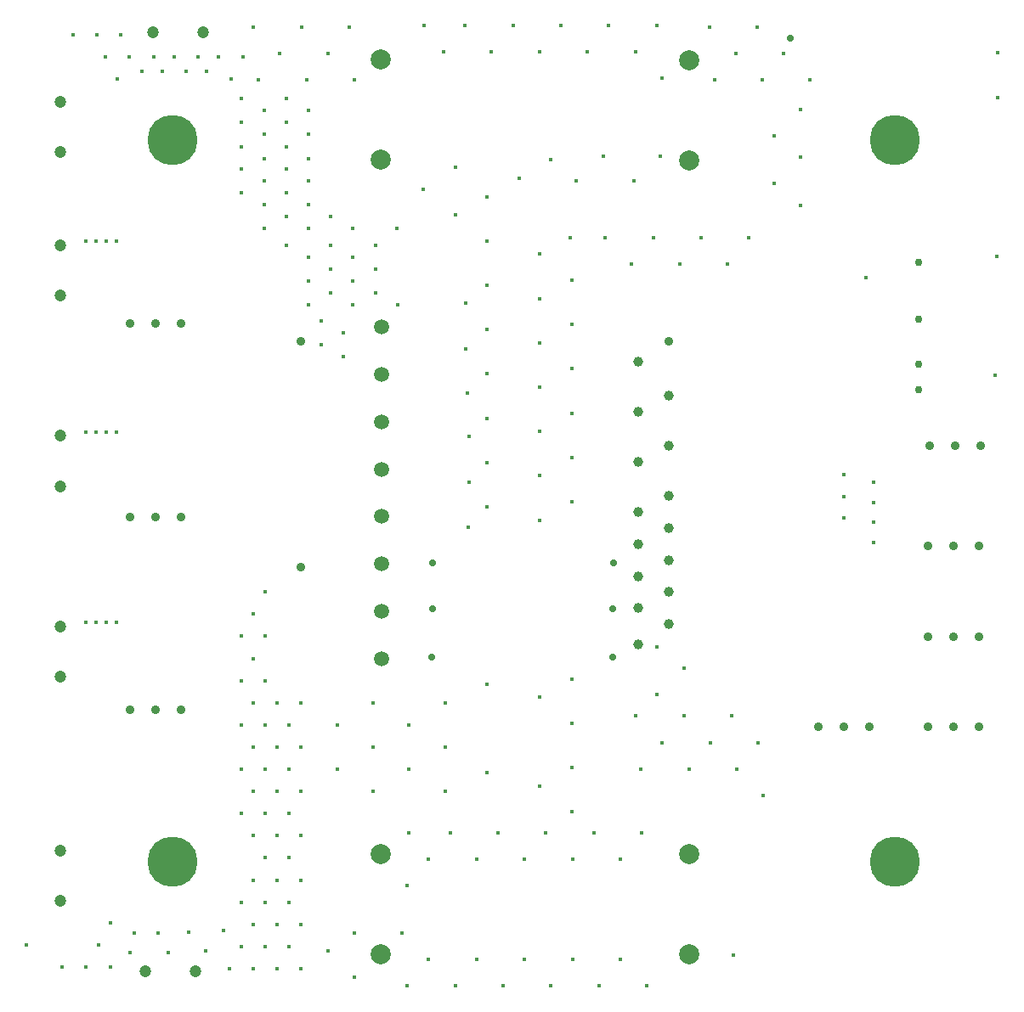
<source format=gbr>
G04 Layer_Color=0*
%FSLAX26Y26*%
%MOIN*%
%TF.FileFunction,Plated,1,2,PTH,Drill*%
%TF.Part,Single*%
G01*
G75*
%TA.AperFunction,ComponentDrill*%
%ADD97C,0.047244*%
%ADD98C,0.035433*%
%ADD99C,0.035433*%
%ADD100C,0.047244*%
%ADD101C,0.030000*%
%ADD102C,0.059055*%
%ADD103C,0.039370*%
%ADD104C,0.027559*%
%ADD105C,0.078740*%
%TA.AperFunction,OtherDrill,Pad Free-8 (590.354mil,-469.882mil)*%
%ADD106C,0.196850*%
%TA.AperFunction,OtherDrill,Pad Free-7 (3425mil,-469.882mil)*%
%ADD107C,0.196850*%
%TA.AperFunction,OtherDrill,Pad Free-6 (3425mil,-3304.528mil)*%
%ADD108C,0.196850*%
%TA.AperFunction,OtherDrill,Pad Free-5 (590.354mil,-3304.528mil)*%
%ADD109C,0.196850*%
%TA.AperFunction,ViaDrill,NotFilled*%
%ADD110C,0.015748*%
%ADD111C,0.015000*%
%ADD112C,0.028000*%
D97*
X150000Y-518425D02*
D03*
Y-321575D02*
D03*
Y-3457953D02*
D03*
Y-3261102D02*
D03*
Y-2577953D02*
D03*
Y-2381102D02*
D03*
Y-1828740D02*
D03*
Y-1631890D02*
D03*
Y-1079527D02*
D03*
Y-882677D02*
D03*
D98*
X625000Y-1189527D02*
D03*
X525000D02*
D03*
X425000D02*
D03*
X625000Y-1949027D02*
D03*
X525000D02*
D03*
X425000D02*
D03*
X625000Y-2708528D02*
D03*
X525000D02*
D03*
X425000D02*
D03*
X3125000Y-2774528D02*
D03*
X3225000D02*
D03*
X3325000D02*
D03*
X3554998Y-2774528D02*
D03*
X3654998D02*
D03*
X3754998D02*
D03*
X3554998Y-2419115D02*
D03*
X3654998D02*
D03*
X3754998D02*
D03*
X3755000Y-2064528D02*
D03*
X3655000D02*
D03*
X3555000D02*
D03*
X2535992Y-1261086D02*
D03*
X3561000Y-1669527D02*
D03*
X3661000D02*
D03*
X3761000D02*
D03*
D99*
X1095000Y-2147528D02*
D03*
Y-1261701D02*
D03*
D100*
X680425Y-3734528D02*
D03*
X483575D02*
D03*
X514575Y-47528D02*
D03*
X711425D02*
D03*
D101*
X3516000Y-1450118D02*
D03*
Y-1350118D02*
D03*
Y-1174527D02*
D03*
Y-950118D02*
D03*
D102*
X1409575Y-2507347D02*
D03*
Y-2321126D02*
D03*
Y-2134905D02*
D03*
Y-1948685D02*
D03*
Y-1762465D02*
D03*
Y-1576244D02*
D03*
Y-1390024D02*
D03*
Y-1203803D02*
D03*
D103*
X2535992Y-2371323D02*
D03*
X2418000Y-2450063D02*
D03*
Y-2308331D02*
D03*
Y-2182347D02*
D03*
X2535992Y-2119354D02*
D03*
X2418000Y-2056362D02*
D03*
X2535992Y-1993370D02*
D03*
X2418000Y-1930378D02*
D03*
X2535992Y-1867386D02*
D03*
X2418000Y-1733527D02*
D03*
X2535992Y-1670535D02*
D03*
X2418000Y-1536677D02*
D03*
X2535992Y-1473685D02*
D03*
X2418000Y-1339827D02*
D03*
X2535992Y-2245338D02*
D03*
D104*
X2316535Y-2499747D02*
D03*
X1607874D02*
D03*
X2318661Y-2309528D02*
D03*
X1610000D02*
D03*
X2320000Y-2129528D02*
D03*
X1611339D02*
D03*
D105*
X1406000Y-3667528D02*
D03*
Y-3273827D02*
D03*
X2616000Y-3667528D02*
D03*
Y-3273827D02*
D03*
Y-549528D02*
D03*
Y-155827D02*
D03*
X1406000Y-547528D02*
D03*
Y-153827D02*
D03*
D106*
X590354Y-469882D02*
D03*
D107*
X3425000D02*
D03*
D108*
Y-3304528D02*
D03*
D109*
X590354D02*
D03*
D110*
X3225000Y-1954527D02*
D03*
Y-1869527D02*
D03*
Y-1784527D02*
D03*
X3340000Y-1814528D02*
D03*
Y-1892861D02*
D03*
Y-1971194D02*
D03*
Y-2049528D02*
D03*
X291000Y-2364803D02*
D03*
X252000D02*
D03*
X330000D02*
D03*
X369000D02*
D03*
X291000Y-1615591D02*
D03*
X252000D02*
D03*
X330000D02*
D03*
X369000D02*
D03*
Y-866378D02*
D03*
X330000D02*
D03*
X252000D02*
D03*
X291000D02*
D03*
X3828063Y-125528D02*
D03*
X3827000Y-304527D02*
D03*
X3825000Y-925528D02*
D03*
X3816000Y-1394527D02*
D03*
X3310000Y-1009528D02*
D03*
D111*
X2790000Y-3669528D02*
D03*
X2492000Y-2459528D02*
D03*
Y-2647528D02*
D03*
X2596000Y-2543528D02*
D03*
X2888000Y-2835528D02*
D03*
X2908000Y-3043528D02*
D03*
X2784000Y-2731528D02*
D03*
X2596000D02*
D03*
X2700000Y-2835528D02*
D03*
X2804000Y-2939528D02*
D03*
X2408000Y-2731528D02*
D03*
X2512000Y-2835528D02*
D03*
X2616000Y-2939528D02*
D03*
X2428000D02*
D03*
X2768000Y-958528D02*
D03*
X200000Y-55528D02*
D03*
X328000Y-142528D02*
D03*
X294000Y-55528D02*
D03*
X388000D02*
D03*
X470000Y-199528D02*
D03*
X516000Y-142528D02*
D03*
X422000D02*
D03*
X375000Y-229528D02*
D03*
X644000Y-199528D02*
D03*
X691000Y-142528D02*
D03*
X597000D02*
D03*
X550000Y-199528D02*
D03*
X819000Y-229528D02*
D03*
X866000Y-142528D02*
D03*
X772000D02*
D03*
X725000Y-199528D02*
D03*
X1175000Y-1273527D02*
D03*
X1262000Y-1320527D02*
D03*
Y-1226527D02*
D03*
X1175000Y-1179527D02*
D03*
X1387000Y-882528D02*
D03*
Y-976528D02*
D03*
X1474000Y-1117527D02*
D03*
X1387000Y-1070527D02*
D03*
X1471000Y-817528D02*
D03*
X1297000D02*
D03*
X1210000Y-770528D02*
D03*
X1037000Y-882528D02*
D03*
X1211000D02*
D03*
X1124000Y-929528D02*
D03*
X1298000D02*
D03*
X1211000Y-976528D02*
D03*
X1298000Y-1023528D02*
D03*
Y-1117527D02*
D03*
X1211000Y-1070527D02*
D03*
X1124000Y-1023528D02*
D03*
Y-1117527D02*
D03*
X862000Y-582528D02*
D03*
X1036000D02*
D03*
X949000Y-629528D02*
D03*
X1123000D02*
D03*
X1036000Y-676528D02*
D03*
X1123000Y-723528D02*
D03*
Y-817528D02*
D03*
X1036000Y-770528D02*
D03*
X949000Y-723528D02*
D03*
X862000Y-676528D02*
D03*
X949000Y-817528D02*
D03*
X862000Y-307527D02*
D03*
X1036000D02*
D03*
X949000Y-354527D02*
D03*
X1123000D02*
D03*
X1036000Y-401527D02*
D03*
X1123000Y-448527D02*
D03*
Y-542528D02*
D03*
X1036000Y-495527D02*
D03*
X949000Y-448527D02*
D03*
X862000Y-401527D02*
D03*
X949000Y-542528D02*
D03*
X862000Y-495527D02*
D03*
X1284000Y-25527D02*
D03*
X1096000D02*
D03*
X1200000Y-129528D02*
D03*
X1304000Y-233528D02*
D03*
X908000Y-25527D02*
D03*
X1012000Y-129528D02*
D03*
X1116000Y-233528D02*
D03*
X928000D02*
D03*
X2716000D02*
D03*
X2904000D02*
D03*
X2800000Y-129528D02*
D03*
X2696000Y-25527D02*
D03*
X3092000Y-233528D02*
D03*
X2988000Y-129528D02*
D03*
X2884000Y-25527D02*
D03*
X2490000Y-20527D02*
D03*
X2302000D02*
D03*
X2406000Y-124528D02*
D03*
X2510000Y-228528D02*
D03*
X2114000Y-20527D02*
D03*
X2218000Y-124528D02*
D03*
X1926000Y-20527D02*
D03*
X2030000Y-124528D02*
D03*
X1738000Y-20527D02*
D03*
X1842000Y-124528D02*
D03*
X1575490Y-20527D02*
D03*
X1654000Y-124528D02*
D03*
X2950000Y-453527D02*
D03*
X3054000Y-349527D02*
D03*
X2950000Y-641528D02*
D03*
X3054000Y-537528D02*
D03*
Y-725528D02*
D03*
X2852000Y-854528D02*
D03*
X2150000D02*
D03*
X2664000D02*
D03*
X2476000D02*
D03*
X2580000Y-958528D02*
D03*
X2288000Y-854528D02*
D03*
X2392000Y-958528D02*
D03*
X2031450Y-1266072D02*
D03*
X2156450Y-1368072D02*
D03*
Y-1716072D02*
D03*
Y-1542072D02*
D03*
X2031450Y-1614072D02*
D03*
Y-1440072D02*
D03*
Y-918072D02*
D03*
X2156450Y-1020072D02*
D03*
X2031450Y-1092072D02*
D03*
X2156450Y-1194072D02*
D03*
X2031450Y-2658072D02*
D03*
X2156450Y-2760072D02*
D03*
Y-3108072D02*
D03*
Y-2934072D02*
D03*
X2031450Y-3006072D02*
D03*
X2156450Y-2586072D02*
D03*
X2031450Y-1788072D02*
D03*
X2156450Y-1890072D02*
D03*
X2031450Y-1962072D02*
D03*
X1595000Y-3293827D02*
D03*
X1516490Y-3189827D02*
D03*
X1783000Y-3293827D02*
D03*
X1679000Y-3189827D02*
D03*
X1971000Y-3293827D02*
D03*
X1867000Y-3189827D02*
D03*
X2159000Y-3293827D02*
D03*
X2055000Y-3189827D02*
D03*
X2347000Y-3293827D02*
D03*
X2243000Y-3189827D02*
D03*
X2431000D02*
D03*
X1511000Y-3397827D02*
D03*
Y-3791528D02*
D03*
X2347000Y-3687528D02*
D03*
X2451000Y-3791528D02*
D03*
X2159000Y-3687528D02*
D03*
X2263000Y-3791528D02*
D03*
X1971000Y-3687528D02*
D03*
X2075000Y-3791528D02*
D03*
X1783000Y-3687528D02*
D03*
X1887000Y-3791528D02*
D03*
X1491000Y-3583528D02*
D03*
X1595000Y-3687528D02*
D03*
X1699000Y-3791528D02*
D03*
X1303000Y-3757528D02*
D03*
Y-3583528D02*
D03*
X1199000Y-3653528D02*
D03*
X2504000Y-533528D02*
D03*
X2400000Y-629528D02*
D03*
X2279000Y-533528D02*
D03*
X2175000Y-629528D02*
D03*
X2075000Y-548528D02*
D03*
X1950000Y-620528D02*
D03*
X1575000Y-662528D02*
D03*
X1700000Y-577528D02*
D03*
X1740000Y-1289527D02*
D03*
X1825000Y-1214527D02*
D03*
X1740000Y-1109527D02*
D03*
X1825000Y-692528D02*
D03*
Y-1040527D02*
D03*
Y-866528D02*
D03*
X1700000Y-764528D02*
D03*
X1825000Y-1910527D02*
D03*
X1755000Y-1814527D02*
D03*
X1825000Y-1388527D02*
D03*
Y-1736527D02*
D03*
Y-1562527D02*
D03*
X1755000Y-1634527D02*
D03*
X1745505Y-1464527D02*
D03*
X1750000Y-1989527D02*
D03*
X1825000Y-2606528D02*
D03*
Y-2954528D02*
D03*
X1659000Y-2853528D02*
D03*
X1518000Y-2940528D02*
D03*
X1659000Y-2679528D02*
D03*
X1518000Y-2766528D02*
D03*
X1659000Y-3027528D02*
D03*
X1377000Y-2853528D02*
D03*
X1236000Y-2940528D02*
D03*
X1377000Y-2679528D02*
D03*
X1236000Y-2766528D02*
D03*
X1377000Y-3027528D02*
D03*
X17000Y-3629528D02*
D03*
X252000Y-3716528D02*
D03*
X158000D02*
D03*
X299000Y-3629528D02*
D03*
X346000Y-3716528D02*
D03*
Y-3542528D02*
D03*
X425000Y-3659528D02*
D03*
X441000Y-3584528D02*
D03*
X535000D02*
D03*
X575000Y-3659528D02*
D03*
X655000Y-3579528D02*
D03*
X720000Y-3654528D02*
D03*
X813000Y-3723528D02*
D03*
X790000Y-3574528D02*
D03*
X907000Y-3723528D02*
D03*
X1001000D02*
D03*
X1095000D02*
D03*
X860000Y-3636528D02*
D03*
Y-3462528D02*
D03*
X907000Y-3549528D02*
D03*
Y-3375528D02*
D03*
X954000Y-3462528D02*
D03*
X1001000Y-3375528D02*
D03*
X1095000D02*
D03*
X1048000Y-3462528D02*
D03*
X1001000Y-3549528D02*
D03*
X954000Y-3636528D02*
D03*
X1095000Y-3549528D02*
D03*
X1048000Y-3636528D02*
D03*
X860000Y-3114528D02*
D03*
X907000Y-3201528D02*
D03*
Y-3027528D02*
D03*
X954000Y-3114528D02*
D03*
X1001000Y-3027528D02*
D03*
X1095000D02*
D03*
X1048000Y-3114528D02*
D03*
X1001000Y-3201528D02*
D03*
X954000Y-3288528D02*
D03*
X1095000Y-3201528D02*
D03*
X1048000Y-3288528D02*
D03*
Y-2940528D02*
D03*
X1095000Y-2853528D02*
D03*
X954000Y-2940528D02*
D03*
X1001000Y-2853528D02*
D03*
X1048000Y-2766528D02*
D03*
X1095000Y-2679528D02*
D03*
X954000Y-2244528D02*
D03*
X907000Y-2331528D02*
D03*
X860000Y-2418528D02*
D03*
X954000D02*
D03*
X907000Y-2505528D02*
D03*
X954000Y-2592528D02*
D03*
X1001000Y-2679528D02*
D03*
X954000Y-2766528D02*
D03*
X907000Y-2679528D02*
D03*
X860000Y-2592528D02*
D03*
X907000Y-2853528D02*
D03*
X860000Y-2766528D02*
D03*
Y-2940528D02*
D03*
D112*
X3014844Y-69371D02*
D03*
%TF.MD5,0525a9ad34314ab0d16459e4e823c1cd*%
M02*

</source>
